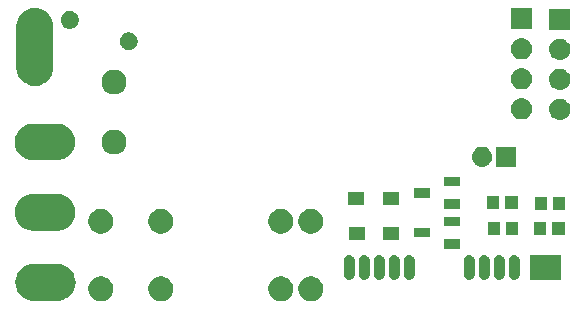
<source format=gbr>
G04 #@! TF.GenerationSoftware,KiCad,Pcbnew,(5.0.2)-1*
G04 #@! TF.CreationDate,2019-05-25T20:09:21+08:00*
G04 #@! TF.ProjectId,2RELAY,3252454c-4159-42e6-9b69-6361645f7063,rev?*
G04 #@! TF.SameCoordinates,Original*
G04 #@! TF.FileFunction,Soldermask,Top*
G04 #@! TF.FilePolarity,Negative*
%FSLAX46Y46*%
G04 Gerber Fmt 4.6, Leading zero omitted, Abs format (unit mm)*
G04 Created by KiCad (PCBNEW (5.0.2)-1) date 2019-05-25 20:09:21*
%MOMM*%
%LPD*%
G01*
G04 APERTURE LIST*
%ADD10C,0.100000*%
G04 APERTURE END LIST*
D10*
G36*
X138510505Y-122915989D02*
X138701774Y-122995215D01*
X138873916Y-123110237D01*
X139020303Y-123256624D01*
X139135325Y-123428766D01*
X139214551Y-123620035D01*
X139254940Y-123823084D01*
X139254940Y-124030116D01*
X139214551Y-124233165D01*
X139135325Y-124424434D01*
X139020303Y-124596576D01*
X138873916Y-124742963D01*
X138701774Y-124857985D01*
X138510505Y-124937211D01*
X138307456Y-124977600D01*
X138100424Y-124977600D01*
X137897375Y-124937211D01*
X137706106Y-124857985D01*
X137533964Y-124742963D01*
X137387577Y-124596576D01*
X137272555Y-124424434D01*
X137193329Y-124233165D01*
X137152940Y-124030116D01*
X137152940Y-123823084D01*
X137193329Y-123620035D01*
X137272555Y-123428766D01*
X137387577Y-123256624D01*
X137533964Y-123110237D01*
X137706106Y-122995215D01*
X137897375Y-122915989D01*
X138100424Y-122875600D01*
X138307456Y-122875600D01*
X138510505Y-122915989D01*
X138510505Y-122915989D01*
G37*
G36*
X153750505Y-122915989D02*
X153941774Y-122995215D01*
X154113916Y-123110237D01*
X154260303Y-123256624D01*
X154375325Y-123428766D01*
X154454551Y-123620035D01*
X154494940Y-123823084D01*
X154494940Y-124030116D01*
X154454551Y-124233165D01*
X154375325Y-124424434D01*
X154260303Y-124596576D01*
X154113916Y-124742963D01*
X153941774Y-124857985D01*
X153750505Y-124937211D01*
X153547456Y-124977600D01*
X153340424Y-124977600D01*
X153137375Y-124937211D01*
X152946106Y-124857985D01*
X152773964Y-124742963D01*
X152627577Y-124596576D01*
X152512555Y-124424434D01*
X152433329Y-124233165D01*
X152392940Y-124030116D01*
X152392940Y-123823084D01*
X152433329Y-123620035D01*
X152512555Y-123428766D01*
X152627577Y-123256624D01*
X152773964Y-123110237D01*
X152946106Y-122995215D01*
X153137375Y-122915989D01*
X153340424Y-122875600D01*
X153547456Y-122875600D01*
X153750505Y-122915989D01*
X153750505Y-122915989D01*
G37*
G36*
X143590505Y-122915989D02*
X143781774Y-122995215D01*
X143953916Y-123110237D01*
X144100303Y-123256624D01*
X144215325Y-123428766D01*
X144294551Y-123620035D01*
X144334940Y-123823084D01*
X144334940Y-124030116D01*
X144294551Y-124233165D01*
X144215325Y-124424434D01*
X144100303Y-124596576D01*
X143953916Y-124742963D01*
X143781774Y-124857985D01*
X143590505Y-124937211D01*
X143387456Y-124977600D01*
X143180424Y-124977600D01*
X142977375Y-124937211D01*
X142786106Y-124857985D01*
X142613964Y-124742963D01*
X142467577Y-124596576D01*
X142352555Y-124424434D01*
X142273329Y-124233165D01*
X142232940Y-124030116D01*
X142232940Y-123823084D01*
X142273329Y-123620035D01*
X142352555Y-123428766D01*
X142467577Y-123256624D01*
X142613964Y-123110237D01*
X142786106Y-122995215D01*
X142977375Y-122915989D01*
X143180424Y-122875600D01*
X143387456Y-122875600D01*
X143590505Y-122915989D01*
X143590505Y-122915989D01*
G37*
G36*
X156290505Y-122915989D02*
X156481774Y-122995215D01*
X156653916Y-123110237D01*
X156800303Y-123256624D01*
X156915325Y-123428766D01*
X156994551Y-123620035D01*
X157034940Y-123823084D01*
X157034940Y-124030116D01*
X156994551Y-124233165D01*
X156915325Y-124424434D01*
X156800303Y-124596576D01*
X156653916Y-124742963D01*
X156481774Y-124857985D01*
X156290505Y-124937211D01*
X156087456Y-124977600D01*
X155880424Y-124977600D01*
X155677375Y-124937211D01*
X155486106Y-124857985D01*
X155313964Y-124742963D01*
X155167577Y-124596576D01*
X155052555Y-124424434D01*
X154973329Y-124233165D01*
X154932940Y-124030116D01*
X154932940Y-123823084D01*
X154973329Y-123620035D01*
X155052555Y-123428766D01*
X155167577Y-123256624D01*
X155313964Y-123110237D01*
X155486106Y-122995215D01*
X155677375Y-122915989D01*
X155880424Y-122875600D01*
X156087456Y-122875600D01*
X156290505Y-122915989D01*
X156290505Y-122915989D01*
G37*
G36*
X134672323Y-121854761D02*
X134824229Y-121869722D01*
X135019139Y-121928847D01*
X135116595Y-121958410D01*
X135214870Y-122010940D01*
X135386038Y-122102431D01*
X135622209Y-122296251D01*
X135816029Y-122532422D01*
X135907520Y-122703590D01*
X135960050Y-122801865D01*
X135965318Y-122819231D01*
X136048738Y-123094231D01*
X136078684Y-123398280D01*
X136048738Y-123702329D01*
X136012107Y-123823084D01*
X135960050Y-123994695D01*
X135941118Y-124030114D01*
X135816029Y-124264138D01*
X135622209Y-124500309D01*
X135386038Y-124694129D01*
X135294672Y-124742965D01*
X135116595Y-124838150D01*
X135051210Y-124857984D01*
X134824229Y-124926838D01*
X134718909Y-124937211D01*
X134596371Y-124949280D01*
X132443989Y-124949280D01*
X132321451Y-124937211D01*
X132216131Y-124926838D01*
X131989150Y-124857984D01*
X131923765Y-124838150D01*
X131745688Y-124742965D01*
X131654322Y-124694129D01*
X131418151Y-124500309D01*
X131224331Y-124264138D01*
X131099242Y-124030114D01*
X131080310Y-123994695D01*
X131028253Y-123823084D01*
X130991622Y-123702329D01*
X130961676Y-123398280D01*
X130991622Y-123094231D01*
X131075042Y-122819231D01*
X131080310Y-122801865D01*
X131132840Y-122703590D01*
X131224331Y-122532422D01*
X131418151Y-122296251D01*
X131654322Y-122102431D01*
X131825490Y-122010940D01*
X131923765Y-121958410D01*
X132021221Y-121928847D01*
X132216131Y-121869722D01*
X132368037Y-121854761D01*
X132443989Y-121847280D01*
X134596371Y-121847280D01*
X134672323Y-121854761D01*
X134672323Y-121854761D01*
G37*
G36*
X161883873Y-121086345D02*
X161958916Y-121109110D01*
X161968885Y-121112134D01*
X162047234Y-121154013D01*
X162115908Y-121210372D01*
X162172267Y-121279046D01*
X162214146Y-121357395D01*
X162214147Y-121357399D01*
X162239935Y-121442407D01*
X162246460Y-121508662D01*
X162246460Y-122752978D01*
X162239935Y-122819233D01*
X162217170Y-122894276D01*
X162214146Y-122904245D01*
X162172267Y-122982594D01*
X162115910Y-123051266D01*
X162115906Y-123051270D01*
X162047237Y-123107625D01*
X162047233Y-123107627D01*
X161968884Y-123149506D01*
X161958915Y-123152530D01*
X161883872Y-123175295D01*
X161795460Y-123184002D01*
X161707047Y-123175295D01*
X161632004Y-123152530D01*
X161622035Y-123149506D01*
X161543686Y-123107627D01*
X161475012Y-123051268D01*
X161475010Y-123051266D01*
X161418655Y-122982597D01*
X161414124Y-122974119D01*
X161376774Y-122904244D01*
X161368085Y-122875600D01*
X161350985Y-122819232D01*
X161344460Y-122752977D01*
X161344461Y-121508662D01*
X161350986Y-121442407D01*
X161376774Y-121357399D01*
X161376775Y-121357395D01*
X161418654Y-121279046D01*
X161475013Y-121210372D01*
X161543687Y-121154013D01*
X161622036Y-121112134D01*
X161632005Y-121109110D01*
X161707048Y-121086345D01*
X161795460Y-121077638D01*
X161883873Y-121086345D01*
X161883873Y-121086345D01*
G37*
G36*
X164423873Y-121086345D02*
X164498916Y-121109110D01*
X164508885Y-121112134D01*
X164587234Y-121154013D01*
X164655908Y-121210372D01*
X164712267Y-121279046D01*
X164754146Y-121357395D01*
X164754147Y-121357399D01*
X164779935Y-121442407D01*
X164786460Y-121508662D01*
X164786460Y-122752978D01*
X164779935Y-122819233D01*
X164757170Y-122894276D01*
X164754146Y-122904245D01*
X164712267Y-122982594D01*
X164655910Y-123051266D01*
X164655906Y-123051270D01*
X164587237Y-123107625D01*
X164587233Y-123107627D01*
X164508884Y-123149506D01*
X164498915Y-123152530D01*
X164423872Y-123175295D01*
X164335460Y-123184002D01*
X164247047Y-123175295D01*
X164172004Y-123152530D01*
X164162035Y-123149506D01*
X164083686Y-123107627D01*
X164015012Y-123051268D01*
X164015010Y-123051266D01*
X163958655Y-122982597D01*
X163954124Y-122974119D01*
X163916774Y-122904244D01*
X163908085Y-122875600D01*
X163890985Y-122819232D01*
X163884460Y-122752977D01*
X163884461Y-121508662D01*
X163890986Y-121442407D01*
X163916774Y-121357399D01*
X163916775Y-121357395D01*
X163958654Y-121279046D01*
X164015013Y-121210372D01*
X164083687Y-121154013D01*
X164162036Y-121112134D01*
X164172005Y-121109110D01*
X164247048Y-121086345D01*
X164335460Y-121077638D01*
X164423873Y-121086345D01*
X164423873Y-121086345D01*
G37*
G36*
X163153873Y-121086345D02*
X163228916Y-121109110D01*
X163238885Y-121112134D01*
X163317234Y-121154013D01*
X163385908Y-121210372D01*
X163442267Y-121279046D01*
X163484146Y-121357395D01*
X163484147Y-121357399D01*
X163509935Y-121442407D01*
X163516460Y-121508662D01*
X163516460Y-122752978D01*
X163509935Y-122819233D01*
X163487170Y-122894276D01*
X163484146Y-122904245D01*
X163442267Y-122982594D01*
X163385910Y-123051266D01*
X163385906Y-123051270D01*
X163317237Y-123107625D01*
X163317233Y-123107627D01*
X163238884Y-123149506D01*
X163228915Y-123152530D01*
X163153872Y-123175295D01*
X163065460Y-123184002D01*
X162977047Y-123175295D01*
X162902004Y-123152530D01*
X162892035Y-123149506D01*
X162813686Y-123107627D01*
X162745012Y-123051268D01*
X162745010Y-123051266D01*
X162688655Y-122982597D01*
X162684124Y-122974119D01*
X162646774Y-122904244D01*
X162638085Y-122875600D01*
X162620985Y-122819232D01*
X162614460Y-122752977D01*
X162614461Y-121508662D01*
X162620986Y-121442407D01*
X162646774Y-121357399D01*
X162646775Y-121357395D01*
X162688654Y-121279046D01*
X162745013Y-121210372D01*
X162813687Y-121154013D01*
X162892036Y-121112134D01*
X162902005Y-121109110D01*
X162977048Y-121086345D01*
X163065460Y-121077638D01*
X163153873Y-121086345D01*
X163153873Y-121086345D01*
G37*
G36*
X159343873Y-121086345D02*
X159418916Y-121109110D01*
X159428885Y-121112134D01*
X159507234Y-121154013D01*
X159575908Y-121210372D01*
X159632267Y-121279046D01*
X159674146Y-121357395D01*
X159674147Y-121357399D01*
X159699935Y-121442407D01*
X159706460Y-121508662D01*
X159706460Y-122752978D01*
X159699935Y-122819233D01*
X159677170Y-122894276D01*
X159674146Y-122904245D01*
X159632267Y-122982594D01*
X159575910Y-123051266D01*
X159575906Y-123051270D01*
X159507237Y-123107625D01*
X159507233Y-123107627D01*
X159428884Y-123149506D01*
X159418915Y-123152530D01*
X159343872Y-123175295D01*
X159255460Y-123184002D01*
X159167047Y-123175295D01*
X159092004Y-123152530D01*
X159082035Y-123149506D01*
X159003686Y-123107627D01*
X158935012Y-123051268D01*
X158935010Y-123051266D01*
X158878655Y-122982597D01*
X158874124Y-122974119D01*
X158836774Y-122904244D01*
X158828085Y-122875600D01*
X158810985Y-122819232D01*
X158804460Y-122752977D01*
X158804461Y-121508662D01*
X158810986Y-121442407D01*
X158836774Y-121357399D01*
X158836775Y-121357395D01*
X158878654Y-121279046D01*
X158935013Y-121210372D01*
X159003687Y-121154013D01*
X159082036Y-121112134D01*
X159092005Y-121109110D01*
X159167048Y-121086345D01*
X159255460Y-121077638D01*
X159343873Y-121086345D01*
X159343873Y-121086345D01*
G37*
G36*
X160613873Y-121086345D02*
X160688916Y-121109110D01*
X160698885Y-121112134D01*
X160777234Y-121154013D01*
X160845908Y-121210372D01*
X160902267Y-121279046D01*
X160944146Y-121357395D01*
X160944147Y-121357399D01*
X160969935Y-121442407D01*
X160976460Y-121508662D01*
X160976460Y-122752978D01*
X160969935Y-122819233D01*
X160947170Y-122894276D01*
X160944146Y-122904245D01*
X160902267Y-122982594D01*
X160845910Y-123051266D01*
X160845906Y-123051270D01*
X160777237Y-123107625D01*
X160777233Y-123107627D01*
X160698884Y-123149506D01*
X160688915Y-123152530D01*
X160613872Y-123175295D01*
X160525460Y-123184002D01*
X160437047Y-123175295D01*
X160362004Y-123152530D01*
X160352035Y-123149506D01*
X160273686Y-123107627D01*
X160205012Y-123051268D01*
X160205010Y-123051266D01*
X160148655Y-122982597D01*
X160144124Y-122974119D01*
X160106774Y-122904244D01*
X160098085Y-122875600D01*
X160080985Y-122819232D01*
X160074460Y-122752977D01*
X160074461Y-121508662D01*
X160080986Y-121442407D01*
X160106774Y-121357399D01*
X160106775Y-121357395D01*
X160148654Y-121279046D01*
X160205013Y-121210372D01*
X160273687Y-121154013D01*
X160352036Y-121112134D01*
X160362005Y-121109110D01*
X160437048Y-121086345D01*
X160525460Y-121077638D01*
X160613873Y-121086345D01*
X160613873Y-121086345D01*
G37*
G36*
X169503873Y-121086345D02*
X169578916Y-121109110D01*
X169588885Y-121112134D01*
X169667234Y-121154013D01*
X169735908Y-121210372D01*
X169792267Y-121279046D01*
X169834146Y-121357395D01*
X169834147Y-121357399D01*
X169859935Y-121442407D01*
X169866460Y-121508662D01*
X169866460Y-122752978D01*
X169859935Y-122819233D01*
X169837170Y-122894276D01*
X169834146Y-122904245D01*
X169792267Y-122982594D01*
X169735910Y-123051266D01*
X169735906Y-123051270D01*
X169667237Y-123107625D01*
X169667233Y-123107627D01*
X169588884Y-123149506D01*
X169578915Y-123152530D01*
X169503872Y-123175295D01*
X169415460Y-123184002D01*
X169327047Y-123175295D01*
X169252004Y-123152530D01*
X169242035Y-123149506D01*
X169163686Y-123107627D01*
X169095012Y-123051268D01*
X169095010Y-123051266D01*
X169038655Y-122982597D01*
X169034124Y-122974119D01*
X168996774Y-122904244D01*
X168988085Y-122875600D01*
X168970985Y-122819232D01*
X168964460Y-122752977D01*
X168964461Y-121508662D01*
X168970986Y-121442407D01*
X168996774Y-121357399D01*
X168996775Y-121357395D01*
X169038654Y-121279046D01*
X169095013Y-121210372D01*
X169163687Y-121154013D01*
X169242036Y-121112134D01*
X169252005Y-121109110D01*
X169327048Y-121086345D01*
X169415460Y-121077638D01*
X169503873Y-121086345D01*
X169503873Y-121086345D01*
G37*
G36*
X170773873Y-121086345D02*
X170848916Y-121109110D01*
X170858885Y-121112134D01*
X170937234Y-121154013D01*
X171005908Y-121210372D01*
X171062267Y-121279046D01*
X171104146Y-121357395D01*
X171104147Y-121357399D01*
X171129935Y-121442407D01*
X171136460Y-121508662D01*
X171136460Y-122752978D01*
X171129935Y-122819233D01*
X171107170Y-122894276D01*
X171104146Y-122904245D01*
X171062267Y-122982594D01*
X171005910Y-123051266D01*
X171005906Y-123051270D01*
X170937237Y-123107625D01*
X170937233Y-123107627D01*
X170858884Y-123149506D01*
X170848915Y-123152530D01*
X170773872Y-123175295D01*
X170685460Y-123184002D01*
X170597047Y-123175295D01*
X170522004Y-123152530D01*
X170512035Y-123149506D01*
X170433686Y-123107627D01*
X170365012Y-123051268D01*
X170365010Y-123051266D01*
X170308655Y-122982597D01*
X170304124Y-122974119D01*
X170266774Y-122904244D01*
X170258085Y-122875600D01*
X170240985Y-122819232D01*
X170234460Y-122752977D01*
X170234461Y-121508662D01*
X170240986Y-121442407D01*
X170266774Y-121357399D01*
X170266775Y-121357395D01*
X170308654Y-121279046D01*
X170365013Y-121210372D01*
X170433687Y-121154013D01*
X170512036Y-121112134D01*
X170522005Y-121109110D01*
X170597048Y-121086345D01*
X170685460Y-121077638D01*
X170773873Y-121086345D01*
X170773873Y-121086345D01*
G37*
G36*
X172043873Y-121086345D02*
X172118916Y-121109110D01*
X172128885Y-121112134D01*
X172207234Y-121154013D01*
X172275908Y-121210372D01*
X172332267Y-121279046D01*
X172374146Y-121357395D01*
X172374147Y-121357399D01*
X172399935Y-121442407D01*
X172406460Y-121508662D01*
X172406460Y-122752978D01*
X172399935Y-122819233D01*
X172377170Y-122894276D01*
X172374146Y-122904245D01*
X172332267Y-122982594D01*
X172275910Y-123051266D01*
X172275906Y-123051270D01*
X172207237Y-123107625D01*
X172207233Y-123107627D01*
X172128884Y-123149506D01*
X172118915Y-123152530D01*
X172043872Y-123175295D01*
X171955460Y-123184002D01*
X171867047Y-123175295D01*
X171792004Y-123152530D01*
X171782035Y-123149506D01*
X171703686Y-123107627D01*
X171635012Y-123051268D01*
X171635010Y-123051266D01*
X171578655Y-122982597D01*
X171574124Y-122974119D01*
X171536774Y-122904244D01*
X171528085Y-122875600D01*
X171510985Y-122819232D01*
X171504460Y-122752977D01*
X171504461Y-121508662D01*
X171510986Y-121442407D01*
X171536774Y-121357399D01*
X171536775Y-121357395D01*
X171578654Y-121279046D01*
X171635013Y-121210372D01*
X171703687Y-121154013D01*
X171782036Y-121112134D01*
X171792005Y-121109110D01*
X171867048Y-121086345D01*
X171955460Y-121077638D01*
X172043873Y-121086345D01*
X172043873Y-121086345D01*
G37*
G36*
X173313873Y-121086345D02*
X173388916Y-121109110D01*
X173398885Y-121112134D01*
X173477234Y-121154013D01*
X173545908Y-121210372D01*
X173602267Y-121279046D01*
X173644146Y-121357395D01*
X173644147Y-121357399D01*
X173669935Y-121442407D01*
X173676460Y-121508662D01*
X173676460Y-122752978D01*
X173669935Y-122819233D01*
X173647170Y-122894276D01*
X173644146Y-122904245D01*
X173602267Y-122982594D01*
X173545910Y-123051266D01*
X173545906Y-123051270D01*
X173477237Y-123107625D01*
X173477233Y-123107627D01*
X173398884Y-123149506D01*
X173388915Y-123152530D01*
X173313872Y-123175295D01*
X173225460Y-123184002D01*
X173137047Y-123175295D01*
X173062004Y-123152530D01*
X173052035Y-123149506D01*
X172973686Y-123107627D01*
X172905012Y-123051268D01*
X172905010Y-123051266D01*
X172848655Y-122982597D01*
X172844124Y-122974119D01*
X172806774Y-122904244D01*
X172798085Y-122875600D01*
X172780985Y-122819232D01*
X172774460Y-122752977D01*
X172774461Y-121508662D01*
X172780986Y-121442407D01*
X172806774Y-121357399D01*
X172806775Y-121357395D01*
X172848654Y-121279046D01*
X172905013Y-121210372D01*
X172973687Y-121154013D01*
X173052036Y-121112134D01*
X173062005Y-121109110D01*
X173137048Y-121086345D01*
X173225460Y-121077638D01*
X173313873Y-121086345D01*
X173313873Y-121086345D01*
G37*
G36*
X177173140Y-123181820D02*
X174571140Y-123181820D01*
X174571140Y-121079820D01*
X177173140Y-121079820D01*
X177173140Y-123181820D01*
X177173140Y-123181820D01*
G37*
G36*
X168613180Y-120543080D02*
X167261180Y-120543080D01*
X167261180Y-119741080D01*
X168613180Y-119741080D01*
X168613180Y-120543080D01*
X168613180Y-120543080D01*
G37*
G36*
X160545080Y-119809080D02*
X159193080Y-119809080D01*
X159193080Y-118707080D01*
X160545080Y-118707080D01*
X160545080Y-119809080D01*
X160545080Y-119809080D01*
G37*
G36*
X163495080Y-119809080D02*
X162143080Y-119809080D01*
X162143080Y-118707080D01*
X163495080Y-118707080D01*
X163495080Y-119809080D01*
X163495080Y-119809080D01*
G37*
G36*
X166113180Y-119593080D02*
X164761180Y-119593080D01*
X164761180Y-118791080D01*
X166113180Y-118791080D01*
X166113180Y-119593080D01*
X166113180Y-119593080D01*
G37*
G36*
X171990640Y-119369820D02*
X170958640Y-119369820D01*
X170958640Y-118287820D01*
X171990640Y-118287820D01*
X171990640Y-119369820D01*
X171990640Y-119369820D01*
G37*
G36*
X173530640Y-119369820D02*
X172498640Y-119369820D01*
X172498640Y-118287820D01*
X173530640Y-118287820D01*
X173530640Y-119369820D01*
X173530640Y-119369820D01*
G37*
G36*
X177470940Y-119354580D02*
X176438940Y-119354580D01*
X176438940Y-118272580D01*
X177470940Y-118272580D01*
X177470940Y-119354580D01*
X177470940Y-119354580D01*
G37*
G36*
X175930940Y-119354580D02*
X174898940Y-119354580D01*
X174898940Y-118272580D01*
X175930940Y-118272580D01*
X175930940Y-119354580D01*
X175930940Y-119354580D01*
G37*
G36*
X153746845Y-117210029D02*
X153938114Y-117289255D01*
X154110256Y-117404277D01*
X154256643Y-117550664D01*
X154371665Y-117722806D01*
X154450891Y-117914075D01*
X154491280Y-118117124D01*
X154491280Y-118324156D01*
X154450891Y-118527205D01*
X154371665Y-118718474D01*
X154256643Y-118890616D01*
X154110256Y-119037003D01*
X153938114Y-119152025D01*
X153746845Y-119231251D01*
X153543796Y-119271640D01*
X153336764Y-119271640D01*
X153133715Y-119231251D01*
X152942446Y-119152025D01*
X152770304Y-119037003D01*
X152623917Y-118890616D01*
X152508895Y-118718474D01*
X152429669Y-118527205D01*
X152389280Y-118324156D01*
X152389280Y-118117124D01*
X152429669Y-117914075D01*
X152508895Y-117722806D01*
X152623917Y-117550664D01*
X152770304Y-117404277D01*
X152942446Y-117289255D01*
X153133715Y-117210029D01*
X153336764Y-117169640D01*
X153543796Y-117169640D01*
X153746845Y-117210029D01*
X153746845Y-117210029D01*
G37*
G36*
X156286845Y-117210029D02*
X156478114Y-117289255D01*
X156650256Y-117404277D01*
X156796643Y-117550664D01*
X156911665Y-117722806D01*
X156990891Y-117914075D01*
X157031280Y-118117124D01*
X157031280Y-118324156D01*
X156990891Y-118527205D01*
X156911665Y-118718474D01*
X156796643Y-118890616D01*
X156650256Y-119037003D01*
X156478114Y-119152025D01*
X156286845Y-119231251D01*
X156083796Y-119271640D01*
X155876764Y-119271640D01*
X155673715Y-119231251D01*
X155482446Y-119152025D01*
X155310304Y-119037003D01*
X155163917Y-118890616D01*
X155048895Y-118718474D01*
X154969669Y-118527205D01*
X154929280Y-118324156D01*
X154929280Y-118117124D01*
X154969669Y-117914075D01*
X155048895Y-117722806D01*
X155163917Y-117550664D01*
X155310304Y-117404277D01*
X155482446Y-117289255D01*
X155673715Y-117210029D01*
X155876764Y-117169640D01*
X156083796Y-117169640D01*
X156286845Y-117210029D01*
X156286845Y-117210029D01*
G37*
G36*
X143586845Y-117210029D02*
X143778114Y-117289255D01*
X143950256Y-117404277D01*
X144096643Y-117550664D01*
X144211665Y-117722806D01*
X144290891Y-117914075D01*
X144331280Y-118117124D01*
X144331280Y-118324156D01*
X144290891Y-118527205D01*
X144211665Y-118718474D01*
X144096643Y-118890616D01*
X143950256Y-119037003D01*
X143778114Y-119152025D01*
X143586845Y-119231251D01*
X143383796Y-119271640D01*
X143176764Y-119271640D01*
X142973715Y-119231251D01*
X142782446Y-119152025D01*
X142610304Y-119037003D01*
X142463917Y-118890616D01*
X142348895Y-118718474D01*
X142269669Y-118527205D01*
X142229280Y-118324156D01*
X142229280Y-118117124D01*
X142269669Y-117914075D01*
X142348895Y-117722806D01*
X142463917Y-117550664D01*
X142610304Y-117404277D01*
X142782446Y-117289255D01*
X142973715Y-117210029D01*
X143176764Y-117169640D01*
X143383796Y-117169640D01*
X143586845Y-117210029D01*
X143586845Y-117210029D01*
G37*
G36*
X138506845Y-117210029D02*
X138698114Y-117289255D01*
X138870256Y-117404277D01*
X139016643Y-117550664D01*
X139131665Y-117722806D01*
X139210891Y-117914075D01*
X139251280Y-118117124D01*
X139251280Y-118324156D01*
X139210891Y-118527205D01*
X139131665Y-118718474D01*
X139016643Y-118890616D01*
X138870256Y-119037003D01*
X138698114Y-119152025D01*
X138506845Y-119231251D01*
X138303796Y-119271640D01*
X138096764Y-119271640D01*
X137893715Y-119231251D01*
X137702446Y-119152025D01*
X137530304Y-119037003D01*
X137383917Y-118890616D01*
X137268895Y-118718474D01*
X137189669Y-118527205D01*
X137149280Y-118324156D01*
X137149280Y-118117124D01*
X137189669Y-117914075D01*
X137268895Y-117722806D01*
X137383917Y-117550664D01*
X137530304Y-117404277D01*
X137702446Y-117289255D01*
X137893715Y-117210029D01*
X138096764Y-117169640D01*
X138303796Y-117169640D01*
X138506845Y-117210029D01*
X138506845Y-117210029D01*
G37*
G36*
X134659623Y-115931481D02*
X134811529Y-115946442D01*
X135006439Y-116005567D01*
X135103895Y-116035130D01*
X135202170Y-116087660D01*
X135373338Y-116179151D01*
X135609509Y-116372971D01*
X135803329Y-116609142D01*
X135894820Y-116780310D01*
X135947350Y-116878585D01*
X135947350Y-116878586D01*
X136036038Y-117170951D01*
X136065984Y-117475000D01*
X136036038Y-117779049D01*
X136017221Y-117841080D01*
X135947350Y-118071415D01*
X135894820Y-118169690D01*
X135803329Y-118340858D01*
X135609509Y-118577029D01*
X135373338Y-118770849D01*
X135202170Y-118862340D01*
X135103895Y-118914870D01*
X135006439Y-118944433D01*
X134811529Y-119003558D01*
X134659623Y-119018519D01*
X134583671Y-119026000D01*
X132431289Y-119026000D01*
X132355337Y-119018519D01*
X132203431Y-119003558D01*
X132008521Y-118944433D01*
X131911065Y-118914870D01*
X131812790Y-118862340D01*
X131641622Y-118770849D01*
X131405451Y-118577029D01*
X131211631Y-118340858D01*
X131120140Y-118169690D01*
X131067610Y-118071415D01*
X130997739Y-117841080D01*
X130978922Y-117779049D01*
X130948976Y-117475000D01*
X130978922Y-117170951D01*
X131067610Y-116878586D01*
X131067610Y-116878585D01*
X131120140Y-116780310D01*
X131211631Y-116609142D01*
X131405451Y-116372971D01*
X131641622Y-116179151D01*
X131812790Y-116087660D01*
X131911065Y-116035130D01*
X132008521Y-116005567D01*
X132203431Y-115946442D01*
X132355337Y-115931481D01*
X132431289Y-115924000D01*
X134583671Y-115924000D01*
X134659623Y-115931481D01*
X134659623Y-115931481D01*
G37*
G36*
X168613180Y-118643080D02*
X167261180Y-118643080D01*
X167261180Y-117841080D01*
X168613180Y-117841080D01*
X168613180Y-118643080D01*
X168613180Y-118643080D01*
G37*
G36*
X175988980Y-117243840D02*
X174956980Y-117243840D01*
X174956980Y-116161840D01*
X175988980Y-116161840D01*
X175988980Y-117243840D01*
X175988980Y-117243840D01*
G37*
G36*
X177528980Y-117243840D02*
X176496980Y-117243840D01*
X176496980Y-116161840D01*
X177528980Y-116161840D01*
X177528980Y-117243840D01*
X177528980Y-117243840D01*
G37*
G36*
X171963080Y-117187960D02*
X170931080Y-117187960D01*
X170931080Y-116105960D01*
X171963080Y-116105960D01*
X171963080Y-117187960D01*
X171963080Y-117187960D01*
G37*
G36*
X173503080Y-117187960D02*
X172471080Y-117187960D01*
X172471080Y-116105960D01*
X173503080Y-116105960D01*
X173503080Y-117187960D01*
X173503080Y-117187960D01*
G37*
G36*
X168603660Y-117169920D02*
X167251660Y-117169920D01*
X167251660Y-116367920D01*
X168603660Y-116367920D01*
X168603660Y-117169920D01*
X168603660Y-117169920D01*
G37*
G36*
X160484120Y-116806800D02*
X159132120Y-116806800D01*
X159132120Y-115704800D01*
X160484120Y-115704800D01*
X160484120Y-116806800D01*
X160484120Y-116806800D01*
G37*
G36*
X163434120Y-116806800D02*
X162082120Y-116806800D01*
X162082120Y-115704800D01*
X163434120Y-115704800D01*
X163434120Y-116806800D01*
X163434120Y-116806800D01*
G37*
G36*
X166103660Y-116219920D02*
X164751660Y-116219920D01*
X164751660Y-115417920D01*
X166103660Y-115417920D01*
X166103660Y-116219920D01*
X166103660Y-116219920D01*
G37*
G36*
X168603660Y-115269920D02*
X167251660Y-115269920D01*
X167251660Y-114467920D01*
X168603660Y-114467920D01*
X168603660Y-115269920D01*
X168603660Y-115269920D01*
G37*
G36*
X170660761Y-111919533D02*
X170660764Y-111919534D01*
X170660765Y-111919534D01*
X170821179Y-111968195D01*
X170821181Y-111968196D01*
X170821184Y-111968197D01*
X170969018Y-112047215D01*
X171098599Y-112153561D01*
X171204945Y-112283142D01*
X171283963Y-112430976D01*
X171283964Y-112430979D01*
X171283965Y-112430981D01*
X171312252Y-112524231D01*
X171332627Y-112591399D01*
X171349057Y-112758220D01*
X171332627Y-112925041D01*
X171332626Y-112925044D01*
X171332626Y-112925045D01*
X171301226Y-113028558D01*
X171283963Y-113085464D01*
X171204945Y-113233298D01*
X171098599Y-113362879D01*
X170969018Y-113469225D01*
X170821184Y-113548243D01*
X170821181Y-113548244D01*
X170821179Y-113548245D01*
X170660765Y-113596906D01*
X170660764Y-113596906D01*
X170660761Y-113596907D01*
X170535744Y-113609220D01*
X170452136Y-113609220D01*
X170327119Y-113596907D01*
X170327116Y-113596906D01*
X170327115Y-113596906D01*
X170166701Y-113548245D01*
X170166699Y-113548244D01*
X170166696Y-113548243D01*
X170018862Y-113469225D01*
X169889281Y-113362879D01*
X169782935Y-113233298D01*
X169703917Y-113085464D01*
X169686655Y-113028558D01*
X169655254Y-112925045D01*
X169655254Y-112925044D01*
X169655253Y-112925041D01*
X169638823Y-112758220D01*
X169655253Y-112591399D01*
X169675628Y-112524231D01*
X169703915Y-112430981D01*
X169703916Y-112430979D01*
X169703917Y-112430976D01*
X169782935Y-112283142D01*
X169889281Y-112153561D01*
X170018862Y-112047215D01*
X170166696Y-111968197D01*
X170166699Y-111968196D01*
X170166701Y-111968195D01*
X170327115Y-111919534D01*
X170327116Y-111919534D01*
X170327119Y-111919533D01*
X170452136Y-111907220D01*
X170535744Y-111907220D01*
X170660761Y-111919533D01*
X170660761Y-111919533D01*
G37*
G36*
X173344940Y-113609220D02*
X171642940Y-113609220D01*
X171642940Y-111907220D01*
X173344940Y-111907220D01*
X173344940Y-113609220D01*
X173344940Y-113609220D01*
G37*
G36*
X134616443Y-109956481D02*
X134768349Y-109971442D01*
X134963259Y-110030567D01*
X135060715Y-110060130D01*
X135158990Y-110112660D01*
X135330158Y-110204151D01*
X135566329Y-110397971D01*
X135760149Y-110634142D01*
X135851640Y-110805310D01*
X135904170Y-110903585D01*
X135904170Y-110903586D01*
X135992858Y-111195951D01*
X136022804Y-111500000D01*
X135992858Y-111804049D01*
X135987963Y-111820185D01*
X135904170Y-112096415D01*
X135873624Y-112153561D01*
X135760149Y-112365858D01*
X135566329Y-112602029D01*
X135330158Y-112795849D01*
X135158990Y-112887340D01*
X135060715Y-112939870D01*
X134963259Y-112969433D01*
X134768349Y-113028558D01*
X134616443Y-113043519D01*
X134540491Y-113051000D01*
X132388109Y-113051000D01*
X132312157Y-113043519D01*
X132160251Y-113028558D01*
X131965341Y-112969433D01*
X131867885Y-112939870D01*
X131769610Y-112887340D01*
X131598442Y-112795849D01*
X131362271Y-112602029D01*
X131168451Y-112365858D01*
X131054976Y-112153561D01*
X131024430Y-112096415D01*
X130940637Y-111820185D01*
X130935742Y-111804049D01*
X130905796Y-111500000D01*
X130935742Y-111195951D01*
X131024430Y-110903586D01*
X131024430Y-110903585D01*
X131076960Y-110805310D01*
X131168451Y-110634142D01*
X131362271Y-110397971D01*
X131598442Y-110204151D01*
X131769610Y-110112660D01*
X131867885Y-110060130D01*
X131965341Y-110030567D01*
X132160251Y-109971442D01*
X132312157Y-109956481D01*
X132388109Y-109949000D01*
X134540491Y-109949000D01*
X134616443Y-109956481D01*
X134616443Y-109956481D01*
G37*
G36*
X139630805Y-110503009D02*
X139822074Y-110582235D01*
X139994216Y-110697257D01*
X140140603Y-110843644D01*
X140255625Y-111015786D01*
X140334851Y-111207055D01*
X140375240Y-111410104D01*
X140375240Y-111617136D01*
X140334851Y-111820185D01*
X140255625Y-112011454D01*
X140140603Y-112183596D01*
X139994216Y-112329983D01*
X139822074Y-112445005D01*
X139630805Y-112524231D01*
X139427756Y-112564620D01*
X139220724Y-112564620D01*
X139017675Y-112524231D01*
X138826406Y-112445005D01*
X138654264Y-112329983D01*
X138507877Y-112183596D01*
X138392855Y-112011454D01*
X138313629Y-111820185D01*
X138273240Y-111617136D01*
X138273240Y-111410104D01*
X138313629Y-111207055D01*
X138392855Y-111015786D01*
X138507877Y-110843644D01*
X138654264Y-110697257D01*
X138826406Y-110582235D01*
X139017675Y-110503009D01*
X139220724Y-110462620D01*
X139427756Y-110462620D01*
X139630805Y-110503009D01*
X139630805Y-110503009D01*
G37*
G36*
X177178922Y-107853078D02*
X177245107Y-107859597D01*
X177358333Y-107893944D01*
X177414947Y-107911117D01*
X177481182Y-107946521D01*
X177571471Y-107994782D01*
X177607209Y-108024112D01*
X177708666Y-108107374D01*
X177791928Y-108208831D01*
X177821258Y-108244569D01*
X177821259Y-108244571D01*
X177904923Y-108401093D01*
X177904923Y-108401094D01*
X177956443Y-108570933D01*
X177973839Y-108747560D01*
X177956443Y-108924187D01*
X177922096Y-109037413D01*
X177904923Y-109094027D01*
X177847055Y-109202289D01*
X177821258Y-109250551D01*
X177791928Y-109286289D01*
X177708666Y-109387746D01*
X177607209Y-109471008D01*
X177571471Y-109500338D01*
X177571469Y-109500339D01*
X177414947Y-109584003D01*
X177361222Y-109600300D01*
X177245107Y-109635523D01*
X177178922Y-109642042D01*
X177112740Y-109648560D01*
X177024220Y-109648560D01*
X176958038Y-109642042D01*
X176891853Y-109635523D01*
X176775738Y-109600300D01*
X176722013Y-109584003D01*
X176565491Y-109500339D01*
X176565489Y-109500338D01*
X176529751Y-109471008D01*
X176428294Y-109387746D01*
X176345032Y-109286289D01*
X176315702Y-109250551D01*
X176289905Y-109202289D01*
X176232037Y-109094027D01*
X176214864Y-109037413D01*
X176180517Y-108924187D01*
X176163121Y-108747560D01*
X176180517Y-108570933D01*
X176232037Y-108401094D01*
X176232037Y-108401093D01*
X176315701Y-108244571D01*
X176315702Y-108244569D01*
X176345032Y-108208831D01*
X176428294Y-108107374D01*
X176529751Y-108024112D01*
X176565489Y-107994782D01*
X176655778Y-107946521D01*
X176722013Y-107911117D01*
X176778627Y-107893944D01*
X176891853Y-107859597D01*
X176958038Y-107853078D01*
X177024220Y-107846560D01*
X177112740Y-107846560D01*
X177178922Y-107853078D01*
X177178922Y-107853078D01*
G37*
G36*
X173940422Y-107804818D02*
X174006607Y-107811337D01*
X174119833Y-107845684D01*
X174176447Y-107862857D01*
X174315067Y-107936952D01*
X174332971Y-107946522D01*
X174368709Y-107975852D01*
X174470166Y-108059114D01*
X174553428Y-108160571D01*
X174582758Y-108196309D01*
X174582759Y-108196311D01*
X174666423Y-108352833D01*
X174683596Y-108409447D01*
X174717943Y-108522673D01*
X174735339Y-108699300D01*
X174717943Y-108875927D01*
X174683596Y-108989153D01*
X174666423Y-109045767D01*
X174640627Y-109094027D01*
X174582758Y-109202291D01*
X174553428Y-109238029D01*
X174470166Y-109339486D01*
X174368709Y-109422748D01*
X174332971Y-109452078D01*
X174332969Y-109452079D01*
X174176447Y-109535743D01*
X174119833Y-109552916D01*
X174006607Y-109587263D01*
X173940422Y-109593782D01*
X173874240Y-109600300D01*
X173785720Y-109600300D01*
X173719538Y-109593782D01*
X173653353Y-109587263D01*
X173540127Y-109552916D01*
X173483513Y-109535743D01*
X173326991Y-109452079D01*
X173326989Y-109452078D01*
X173291251Y-109422748D01*
X173189794Y-109339486D01*
X173106532Y-109238029D01*
X173077202Y-109202291D01*
X173019333Y-109094027D01*
X172993537Y-109045767D01*
X172976364Y-108989153D01*
X172942017Y-108875927D01*
X172924621Y-108699300D01*
X172942017Y-108522673D01*
X172976364Y-108409447D01*
X172993537Y-108352833D01*
X173077201Y-108196311D01*
X173077202Y-108196309D01*
X173106532Y-108160571D01*
X173189794Y-108059114D01*
X173291251Y-107975852D01*
X173326989Y-107946522D01*
X173344893Y-107936952D01*
X173483513Y-107862857D01*
X173540127Y-107845684D01*
X173653353Y-107811337D01*
X173719538Y-107804818D01*
X173785720Y-107798300D01*
X173874240Y-107798300D01*
X173940422Y-107804818D01*
X173940422Y-107804818D01*
G37*
G36*
X139640805Y-105423009D02*
X139832074Y-105502235D01*
X140004216Y-105617257D01*
X140150603Y-105763644D01*
X140265625Y-105935786D01*
X140344851Y-106127055D01*
X140385240Y-106330104D01*
X140385240Y-106537136D01*
X140344851Y-106740185D01*
X140265625Y-106931454D01*
X140150603Y-107103596D01*
X140004216Y-107249983D01*
X139832074Y-107365005D01*
X139640805Y-107444231D01*
X139437756Y-107484620D01*
X139230724Y-107484620D01*
X139027675Y-107444231D01*
X138836406Y-107365005D01*
X138664264Y-107249983D01*
X138517877Y-107103596D01*
X138402855Y-106931454D01*
X138323629Y-106740185D01*
X138283240Y-106537136D01*
X138283240Y-106330104D01*
X138323629Y-106127055D01*
X138402855Y-105935786D01*
X138517877Y-105763644D01*
X138664264Y-105617257D01*
X138836406Y-105502235D01*
X139027675Y-105423009D01*
X139230724Y-105382620D01*
X139437756Y-105382620D01*
X139640805Y-105423009D01*
X139640805Y-105423009D01*
G37*
G36*
X177178922Y-105313078D02*
X177245107Y-105319597D01*
X177358333Y-105353944D01*
X177414947Y-105371117D01*
X177553567Y-105445212D01*
X177571471Y-105454782D01*
X177607209Y-105484112D01*
X177708666Y-105567374D01*
X177791928Y-105668831D01*
X177821258Y-105704569D01*
X177821259Y-105704571D01*
X177904923Y-105861093D01*
X177904923Y-105861094D01*
X177956443Y-106030933D01*
X177973839Y-106207560D01*
X177956443Y-106384187D01*
X177922096Y-106497413D01*
X177904923Y-106554027D01*
X177858151Y-106641530D01*
X177821258Y-106710551D01*
X177796938Y-106740185D01*
X177708666Y-106847746D01*
X177607209Y-106931008D01*
X177571471Y-106960338D01*
X177571469Y-106960339D01*
X177414947Y-107044003D01*
X177361222Y-107060300D01*
X177245107Y-107095523D01*
X177178922Y-107102042D01*
X177112740Y-107108560D01*
X177024220Y-107108560D01*
X176958038Y-107102042D01*
X176891853Y-107095523D01*
X176775738Y-107060300D01*
X176722013Y-107044003D01*
X176565491Y-106960339D01*
X176565489Y-106960338D01*
X176529751Y-106931008D01*
X176428294Y-106847746D01*
X176340022Y-106740185D01*
X176315702Y-106710551D01*
X176278809Y-106641530D01*
X176232037Y-106554027D01*
X176214864Y-106497413D01*
X176180517Y-106384187D01*
X176163121Y-106207560D01*
X176180517Y-106030933D01*
X176232037Y-105861094D01*
X176232037Y-105861093D01*
X176315701Y-105704571D01*
X176315702Y-105704569D01*
X176345032Y-105668831D01*
X176428294Y-105567374D01*
X176529751Y-105484112D01*
X176565489Y-105454782D01*
X176583393Y-105445212D01*
X176722013Y-105371117D01*
X176778627Y-105353944D01*
X176891853Y-105319597D01*
X176958038Y-105313078D01*
X177024220Y-105306560D01*
X177112740Y-105306560D01*
X177178922Y-105313078D01*
X177178922Y-105313078D01*
G37*
G36*
X173940422Y-105264818D02*
X174006607Y-105271337D01*
X174119833Y-105305684D01*
X174176447Y-105322857D01*
X174288254Y-105382620D01*
X174332971Y-105406522D01*
X174368709Y-105435852D01*
X174470166Y-105519114D01*
X174550707Y-105617255D01*
X174582758Y-105656309D01*
X174582759Y-105656311D01*
X174666423Y-105812833D01*
X174683596Y-105869447D01*
X174717943Y-105982673D01*
X174735339Y-106159300D01*
X174717943Y-106335927D01*
X174683596Y-106449153D01*
X174666423Y-106505767D01*
X174640627Y-106554027D01*
X174582758Y-106662291D01*
X174553428Y-106698029D01*
X174470166Y-106799486D01*
X174368709Y-106882748D01*
X174332971Y-106912078D01*
X174332969Y-106912079D01*
X174176447Y-106995743D01*
X174119833Y-107012916D01*
X174006607Y-107047263D01*
X173940423Y-107053781D01*
X173874240Y-107060300D01*
X173785720Y-107060300D01*
X173719537Y-107053781D01*
X173653353Y-107047263D01*
X173540127Y-107012916D01*
X173483513Y-106995743D01*
X173326991Y-106912079D01*
X173326989Y-106912078D01*
X173291251Y-106882748D01*
X173189794Y-106799486D01*
X173106532Y-106698029D01*
X173077202Y-106662291D01*
X173019333Y-106554027D01*
X172993537Y-106505767D01*
X172976364Y-106449153D01*
X172942017Y-106335927D01*
X172924621Y-106159300D01*
X172942017Y-105982673D01*
X172976364Y-105869447D01*
X172993537Y-105812833D01*
X173077201Y-105656311D01*
X173077202Y-105656309D01*
X173109253Y-105617255D01*
X173189794Y-105519114D01*
X173291251Y-105435852D01*
X173326989Y-105406522D01*
X173371706Y-105382620D01*
X173483513Y-105322857D01*
X173540127Y-105305684D01*
X173653353Y-105271337D01*
X173719537Y-105264819D01*
X173785720Y-105258300D01*
X173874240Y-105258300D01*
X173940422Y-105264818D01*
X173940422Y-105264818D01*
G37*
G36*
X132922528Y-100173102D02*
X133098755Y-100226560D01*
X133214894Y-100261790D01*
X133349615Y-100333801D01*
X133484337Y-100405811D01*
X133720509Y-100599631D01*
X133720510Y-100599633D01*
X133720512Y-100599634D01*
X133836801Y-100741334D01*
X133914329Y-100835802D01*
X134005820Y-101006970D01*
X134058350Y-101105245D01*
X134087913Y-101202701D01*
X134147038Y-101397611D01*
X134169480Y-101625470D01*
X134169480Y-105277850D01*
X134147038Y-105505709D01*
X134113201Y-105617255D01*
X134058350Y-105798075D01*
X134050461Y-105812834D01*
X133914329Y-106067518D01*
X133720509Y-106303689D01*
X133484338Y-106497509D01*
X133378602Y-106554026D01*
X133214895Y-106641530D01*
X133146461Y-106662289D01*
X132922529Y-106730218D01*
X132618480Y-106760164D01*
X132314432Y-106730218D01*
X132090500Y-106662289D01*
X132022066Y-106641530D01*
X131858359Y-106554026D01*
X131752623Y-106497509D01*
X131516452Y-106303689D01*
X131322632Y-106067518D01*
X131186500Y-105812834D01*
X131178611Y-105798075D01*
X131123760Y-105617255D01*
X131089923Y-105505709D01*
X131067481Y-105277850D01*
X131067480Y-101625471D01*
X131089922Y-101397612D01*
X131178610Y-101105247D01*
X131178610Y-101105246D01*
X131258876Y-100955081D01*
X131322631Y-100835803D01*
X131516451Y-100599631D01*
X131516453Y-100599630D01*
X131516454Y-100599628D01*
X131658154Y-100483339D01*
X131752622Y-100405811D01*
X131923790Y-100314320D01*
X132022065Y-100261790D01*
X132138204Y-100226560D01*
X132314431Y-100173102D01*
X132618480Y-100143156D01*
X132922528Y-100173102D01*
X132922528Y-100173102D01*
G37*
G36*
X177178922Y-102773078D02*
X177245107Y-102779597D01*
X177358333Y-102813944D01*
X177414947Y-102831117D01*
X177481182Y-102866521D01*
X177571471Y-102914782D01*
X177607209Y-102944112D01*
X177708666Y-103027374D01*
X177791928Y-103128831D01*
X177821258Y-103164569D01*
X177821259Y-103164571D01*
X177904923Y-103321093D01*
X177904923Y-103321094D01*
X177956443Y-103490933D01*
X177973839Y-103667560D01*
X177956443Y-103844187D01*
X177922096Y-103957413D01*
X177904923Y-104014027D01*
X177847055Y-104122289D01*
X177821258Y-104170551D01*
X177791928Y-104206289D01*
X177708666Y-104307746D01*
X177607209Y-104391008D01*
X177571471Y-104420338D01*
X177571469Y-104420339D01*
X177414947Y-104504003D01*
X177361222Y-104520300D01*
X177245107Y-104555523D01*
X177178922Y-104562042D01*
X177112740Y-104568560D01*
X177024220Y-104568560D01*
X176958038Y-104562042D01*
X176891853Y-104555523D01*
X176775738Y-104520300D01*
X176722013Y-104504003D01*
X176565491Y-104420339D01*
X176565489Y-104420338D01*
X176529751Y-104391008D01*
X176428294Y-104307746D01*
X176345032Y-104206289D01*
X176315702Y-104170551D01*
X176289905Y-104122289D01*
X176232037Y-104014027D01*
X176214864Y-103957413D01*
X176180517Y-103844187D01*
X176163121Y-103667560D01*
X176180517Y-103490933D01*
X176232037Y-103321094D01*
X176232037Y-103321093D01*
X176315701Y-103164571D01*
X176315702Y-103164569D01*
X176345032Y-103128831D01*
X176428294Y-103027374D01*
X176529751Y-102944112D01*
X176565489Y-102914782D01*
X176655778Y-102866521D01*
X176722013Y-102831117D01*
X176778627Y-102813944D01*
X176891853Y-102779597D01*
X176958037Y-102773079D01*
X177024220Y-102766560D01*
X177112740Y-102766560D01*
X177178922Y-102773078D01*
X177178922Y-102773078D01*
G37*
G36*
X173940422Y-102724818D02*
X174006607Y-102731337D01*
X174119833Y-102765684D01*
X174176447Y-102782857D01*
X174315067Y-102856952D01*
X174332971Y-102866522D01*
X174368709Y-102895852D01*
X174470166Y-102979114D01*
X174553428Y-103080571D01*
X174582758Y-103116309D01*
X174582759Y-103116311D01*
X174666423Y-103272833D01*
X174683596Y-103329447D01*
X174717943Y-103442673D01*
X174735339Y-103619300D01*
X174717943Y-103795927D01*
X174683596Y-103909153D01*
X174666423Y-103965767D01*
X174640627Y-104014027D01*
X174582758Y-104122291D01*
X174553428Y-104158029D01*
X174470166Y-104259486D01*
X174368709Y-104342748D01*
X174332971Y-104372078D01*
X174332969Y-104372079D01*
X174176447Y-104455743D01*
X174119833Y-104472916D01*
X174006607Y-104507263D01*
X173940422Y-104513782D01*
X173874240Y-104520300D01*
X173785720Y-104520300D01*
X173719538Y-104513782D01*
X173653353Y-104507263D01*
X173540127Y-104472916D01*
X173483513Y-104455743D01*
X173326991Y-104372079D01*
X173326989Y-104372078D01*
X173291251Y-104342748D01*
X173189794Y-104259486D01*
X173106532Y-104158029D01*
X173077202Y-104122291D01*
X173019333Y-104014027D01*
X172993537Y-103965767D01*
X172976364Y-103909153D01*
X172942017Y-103795927D01*
X172924621Y-103619300D01*
X172942017Y-103442673D01*
X172976364Y-103329447D01*
X172993537Y-103272833D01*
X173077201Y-103116311D01*
X173077202Y-103116309D01*
X173106532Y-103080571D01*
X173189794Y-102979114D01*
X173291251Y-102895852D01*
X173326989Y-102866522D01*
X173344893Y-102856952D01*
X173483513Y-102782857D01*
X173540127Y-102765684D01*
X173653353Y-102731337D01*
X173719538Y-102724818D01*
X173785720Y-102718300D01*
X173874240Y-102718300D01*
X173940422Y-102724818D01*
X173940422Y-102724818D01*
G37*
G36*
X140705764Y-102234684D02*
X140792819Y-102252000D01*
X140929492Y-102308612D01*
X140929493Y-102308613D01*
X141052498Y-102390802D01*
X141157098Y-102495402D01*
X141157100Y-102495405D01*
X141239288Y-102618408D01*
X141295900Y-102755081D01*
X141311024Y-102831117D01*
X141318067Y-102866521D01*
X141324760Y-102900173D01*
X141324760Y-103048107D01*
X141295900Y-103193199D01*
X141239288Y-103329872D01*
X141239287Y-103329873D01*
X141157098Y-103452878D01*
X141052498Y-103557478D01*
X141052495Y-103557480D01*
X140929492Y-103639668D01*
X140792819Y-103696280D01*
X140705764Y-103713596D01*
X140647729Y-103725140D01*
X140499791Y-103725140D01*
X140441756Y-103713596D01*
X140354701Y-103696280D01*
X140218028Y-103639668D01*
X140095025Y-103557480D01*
X140095022Y-103557478D01*
X139990422Y-103452878D01*
X139908233Y-103329873D01*
X139908232Y-103329872D01*
X139851620Y-103193199D01*
X139822760Y-103048107D01*
X139822760Y-102900173D01*
X139829454Y-102866521D01*
X139836496Y-102831117D01*
X139851620Y-102755081D01*
X139908232Y-102618408D01*
X139990420Y-102495405D01*
X139990422Y-102495402D01*
X140095022Y-102390802D01*
X140218027Y-102308613D01*
X140218028Y-102308612D01*
X140354701Y-102252000D01*
X140441756Y-102234684D01*
X140499791Y-102223140D01*
X140647729Y-102223140D01*
X140705764Y-102234684D01*
X140705764Y-102234684D01*
G37*
G36*
X177969480Y-102028560D02*
X176167480Y-102028560D01*
X176167480Y-100226560D01*
X177969480Y-100226560D01*
X177969480Y-102028560D01*
X177969480Y-102028560D01*
G37*
G36*
X174730980Y-101980300D02*
X172928980Y-101980300D01*
X172928980Y-100178300D01*
X174730980Y-100178300D01*
X174730980Y-101980300D01*
X174730980Y-101980300D01*
G37*
G36*
X135705764Y-100434684D02*
X135792819Y-100452000D01*
X135929492Y-100508612D01*
X135929493Y-100508613D01*
X136052498Y-100590802D01*
X136157098Y-100695402D01*
X136157100Y-100695405D01*
X136239288Y-100818408D01*
X136295900Y-100955081D01*
X136324760Y-101100173D01*
X136324760Y-101248107D01*
X136295900Y-101393199D01*
X136239288Y-101529872D01*
X136239287Y-101529873D01*
X136157098Y-101652878D01*
X136052498Y-101757478D01*
X136052495Y-101757480D01*
X135929492Y-101839668D01*
X135792819Y-101896280D01*
X135705764Y-101913596D01*
X135647729Y-101925140D01*
X135499791Y-101925140D01*
X135441756Y-101913596D01*
X135354701Y-101896280D01*
X135218028Y-101839668D01*
X135095025Y-101757480D01*
X135095022Y-101757478D01*
X134990422Y-101652878D01*
X134908233Y-101529873D01*
X134908232Y-101529872D01*
X134851620Y-101393199D01*
X134822760Y-101248107D01*
X134822760Y-101100173D01*
X134851620Y-100955081D01*
X134908232Y-100818408D01*
X134990420Y-100695405D01*
X134990422Y-100695402D01*
X135095022Y-100590802D01*
X135218027Y-100508613D01*
X135218028Y-100508612D01*
X135354701Y-100452000D01*
X135441756Y-100434684D01*
X135499791Y-100423140D01*
X135647729Y-100423140D01*
X135705764Y-100434684D01*
X135705764Y-100434684D01*
G37*
M02*

</source>
